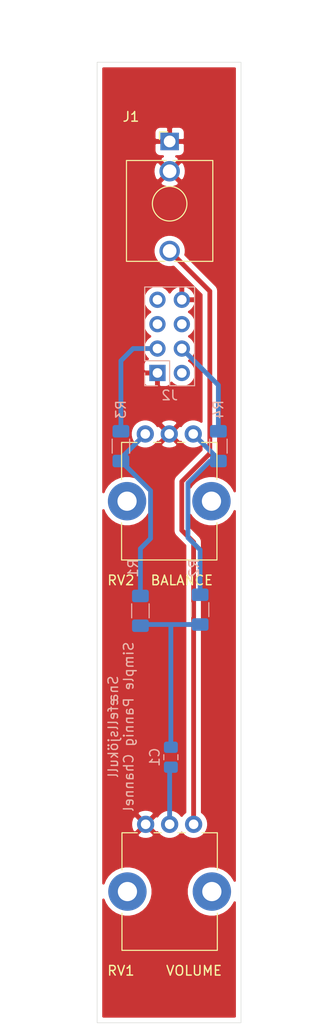
<source format=kicad_pcb>
(kicad_pcb (version 20171130) (host pcbnew "(5.1.4)-1")

  (general
    (thickness 1.6)
    (drawings 12)
    (tracks 29)
    (zones 0)
    (modules 9)
    (nets 13)
  )

  (page A4)
  (layers
    (0 F.Cu signal)
    (31 B.Cu signal)
    (32 B.Adhes user)
    (33 F.Adhes user)
    (34 B.Paste user)
    (35 F.Paste user)
    (36 B.SilkS user)
    (37 F.SilkS user)
    (38 B.Mask user)
    (39 F.Mask user)
    (40 Dwgs.User user)
    (41 Cmts.User user)
    (42 Eco1.User user)
    (43 Eco2.User user)
    (44 Edge.Cuts user)
    (45 Margin user)
    (46 B.CrtYd user)
    (47 F.CrtYd user)
    (48 B.Fab user)
    (49 F.Fab user)
  )

  (setup
    (last_trace_width 0.25)
    (user_trace_width 0.5)
    (trace_clearance 0.2)
    (zone_clearance 0.508)
    (zone_45_only no)
    (trace_min 0.2)
    (via_size 0.8)
    (via_drill 0.4)
    (via_min_size 0.4)
    (via_min_drill 0.3)
    (uvia_size 0.3)
    (uvia_drill 0.1)
    (uvias_allowed no)
    (uvia_min_size 0.2)
    (uvia_min_drill 0.1)
    (edge_width 0.05)
    (segment_width 0.2)
    (pcb_text_width 0.3)
    (pcb_text_size 1.5 1.5)
    (mod_edge_width 0.12)
    (mod_text_size 1 1)
    (mod_text_width 0.15)
    (pad_size 1.524 1.524)
    (pad_drill 0.762)
    (pad_to_mask_clearance 0)
    (aux_axis_origin 155 137.5)
    (grid_origin 155 137.5)
    (visible_elements 7FFFFFFF)
    (pcbplotparams
      (layerselection 0x010fc_ffffffff)
      (usegerberextensions false)
      (usegerberattributes true)
      (usegerberadvancedattributes true)
      (creategerberjobfile true)
      (excludeedgelayer true)
      (linewidth 0.100000)
      (plotframeref false)
      (viasonmask false)
      (mode 1)
      (useauxorigin false)
      (hpglpennumber 1)
      (hpglpenspeed 20)
      (hpglpendiameter 15.000000)
      (psnegative false)
      (psa4output false)
      (plotreference true)
      (plotvalue true)
      (plotinvisibletext false)
      (padsonsilk false)
      (subtractmaskfromsilk false)
      (outputformat 1)
      (mirror false)
      (drillshape 0)
      (scaleselection 1)
      (outputdirectory "Production/Gerber/"))
  )

  (net 0 "")
  (net 1 "Net-(C1-Pad2)")
  (net 2 "Net-(C1-Pad1)")
  (net 3 "Net-(J1-PadT)")
  (net 4 GND)
  (net 5 L_Send)
  (net 6 R_Send)
  (net 7 L_Bus)
  (net 8 R_Bus)
  (net 9 "Net-(R1-Pad1)")
  (net 10 "Net-(R2-Pad1)")
  (net 11 RES2)
  (net 12 RES1)

  (net_class Default "This is the default net class."
    (clearance 0.2)
    (trace_width 0.25)
    (via_dia 0.8)
    (via_drill 0.4)
    (uvia_dia 0.3)
    (uvia_drill 0.1)
    (add_net GND)
    (add_net L_Bus)
    (add_net L_Send)
    (add_net "Net-(C1-Pad1)")
    (add_net "Net-(C1-Pad2)")
    (add_net "Net-(J1-PadT)")
    (add_net "Net-(R1-Pad1)")
    (add_net "Net-(R2-Pad1)")
    (add_net RES1)
    (add_net RES2)
    (add_net R_Bus)
    (add_net R_Send)
  )

  (module Capacitor_SMD:C_0805_2012Metric_Pad1.18x1.45mm_HandSolder (layer B.Cu) (tedit 5F68FEEF) (tstamp 6021B633)
    (at 162.687 109.855 270)
    (descr "Capacitor SMD 0805 (2012 Metric), square (rectangular) end terminal, IPC_7351 nominal with elongated pad for handsoldering. (Body size source: IPC-SM-782 page 76, https://www.pcb-3d.com/wordpress/wp-content/uploads/ipc-sm-782a_amendment_1_and_2.pdf, https://docs.google.com/spreadsheets/d/1BsfQQcO9C6DZCsRaXUlFlo91Tg2WpOkGARC1WS5S8t0/edit?usp=sharing), generated with kicad-footprint-generator")
    (tags "capacitor handsolder")
    (path /6021BC72)
    (attr smd)
    (fp_text reference C1 (at 0 1.68 270) (layer B.SilkS)
      (effects (font (size 1 1) (thickness 0.15)) (justify mirror))
    )
    (fp_text value 1µ (at 0 -1.68 270) (layer B.Fab)
      (effects (font (size 1 1) (thickness 0.15)) (justify mirror))
    )
    (fp_line (start -1 -0.625) (end -1 0.625) (layer B.Fab) (width 0.1))
    (fp_line (start -1 0.625) (end 1 0.625) (layer B.Fab) (width 0.1))
    (fp_line (start 1 0.625) (end 1 -0.625) (layer B.Fab) (width 0.1))
    (fp_line (start 1 -0.625) (end -1 -0.625) (layer B.Fab) (width 0.1))
    (fp_line (start -0.261252 0.735) (end 0.261252 0.735) (layer B.SilkS) (width 0.12))
    (fp_line (start -0.261252 -0.735) (end 0.261252 -0.735) (layer B.SilkS) (width 0.12))
    (fp_line (start -1.88 -0.98) (end -1.88 0.98) (layer B.CrtYd) (width 0.05))
    (fp_line (start -1.88 0.98) (end 1.88 0.98) (layer B.CrtYd) (width 0.05))
    (fp_line (start 1.88 0.98) (end 1.88 -0.98) (layer B.CrtYd) (width 0.05))
    (fp_line (start 1.88 -0.98) (end -1.88 -0.98) (layer B.CrtYd) (width 0.05))
    (fp_text user %R (at 0 0 270) (layer B.Fab)
      (effects (font (size 0.5 0.5) (thickness 0.08)) (justify mirror))
    )
    (pad 2 smd roundrect (at 1.0375 0 270) (size 1.175 1.45) (layers B.Cu B.Paste B.Mask) (roundrect_rratio 0.2127659574468085)
      (net 1 "Net-(C1-Pad2)"))
    (pad 1 smd roundrect (at -1.0375 0 270) (size 1.175 1.45) (layers B.Cu B.Paste B.Mask) (roundrect_rratio 0.2127659574468085)
      (net 2 "Net-(C1-Pad1)"))
    (model ${KISYS3DMOD}/Capacitor_SMD.3dshapes/C_0805_2012Metric.wrl
      (at (xyz 0 0 0))
      (scale (xyz 1 1 1))
      (rotate (xyz 0 0 0))
    )
  )

  (module Potentiometer_THT:Potentiometer_Bourns_PTV09A-1_Single_Vertical (layer F.Cu) (tedit 5A3D4993) (tstamp 601E8F8B)
    (at 160.06 116.84 270)
    (descr "Potentiometer, vertical, Bourns PTV09A-1 Single, http://www.bourns.com/docs/Product-Datasheets/ptv09.pdf")
    (tags "Potentiometer vertical Bourns PTV09A-1 Single")
    (path /601E820E)
    (fp_text reference RV1 (at 15.24 2.58 180) (layer F.SilkS)
      (effects (font (size 1 1) (thickness 0.15)))
    )
    (fp_text value 10k_log (at 6.05 5.15 90) (layer F.Fab)
      (effects (font (size 1 1) (thickness 0.15)))
    )
    (fp_circle (center 7.5 -2.5) (end 10.5 -2.5) (layer F.Fab) (width 0.1))
    (fp_line (start 1 -7.35) (end 1 2.35) (layer F.Fab) (width 0.1))
    (fp_line (start 1 2.35) (end 13 2.35) (layer F.Fab) (width 0.1))
    (fp_line (start 13 2.35) (end 13 -7.35) (layer F.Fab) (width 0.1))
    (fp_line (start 13 -7.35) (end 1 -7.35) (layer F.Fab) (width 0.1))
    (fp_line (start 0.88 -7.47) (end 4.745 -7.47) (layer F.SilkS) (width 0.12))
    (fp_line (start 9.255 -7.47) (end 13.12 -7.47) (layer F.SilkS) (width 0.12))
    (fp_line (start 0.88 2.47) (end 4.745 2.47) (layer F.SilkS) (width 0.12))
    (fp_line (start 9.255 2.47) (end 13.12 2.47) (layer F.SilkS) (width 0.12))
    (fp_line (start 0.88 -7.47) (end 0.88 -5.871) (layer F.SilkS) (width 0.12))
    (fp_line (start 0.88 -4.129) (end 0.88 -3.37) (layer F.SilkS) (width 0.12))
    (fp_line (start 0.88 -1.629) (end 0.88 -0.87) (layer F.SilkS) (width 0.12))
    (fp_line (start 0.88 0.87) (end 0.88 2.47) (layer F.SilkS) (width 0.12))
    (fp_line (start 13.12 -7.47) (end 13.12 2.47) (layer F.SilkS) (width 0.12))
    (fp_line (start -1.15 -9.15) (end -1.15 4.15) (layer F.CrtYd) (width 0.05))
    (fp_line (start -1.15 4.15) (end 13.25 4.15) (layer F.CrtYd) (width 0.05))
    (fp_line (start 13.25 4.15) (end 13.25 -9.15) (layer F.CrtYd) (width 0.05))
    (fp_line (start 13.25 -9.15) (end -1.15 -9.15) (layer F.CrtYd) (width 0.05))
    (fp_text user %R (at 2 -2.5) (layer F.Fab)
      (effects (font (size 1 1) (thickness 0.15)))
    )
    (pad "" np_thru_hole circle (at 7 1.9 270) (size 4 4) (drill 2) (layers *.Cu *.Mask))
    (pad "" np_thru_hole circle (at 7 -6.9 270) (size 4 4) (drill 2) (layers *.Cu *.Mask))
    (pad 1 thru_hole circle (at 0 0 270) (size 1.8 1.8) (drill 1) (layers *.Cu *.Mask)
      (net 4 GND))
    (pad 2 thru_hole circle (at 0 -2.5 270) (size 1.8 1.8) (drill 1) (layers *.Cu *.Mask)
      (net 1 "Net-(C1-Pad2)"))
    (pad 3 thru_hole circle (at 0 -5 270) (size 1.8 1.8) (drill 1) (layers *.Cu *.Mask)
      (net 3 "Net-(J1-PadT)"))
    (model ${KISYS3DMOD}/Potentiometer_THT.3dshapes/Potentiometer_Bourns_PTV09A-1_Single_Vertical.wrl
      (at (xyz 0 0 0))
      (scale (xyz 1 1 1))
      (rotate (xyz 0 0 0))
    )
  )

  (module Potentiometer_THT:Potentiometer_Bourns_PTV09A-1_Single_Vertical (layer F.Cu) (tedit 5A3D4993) (tstamp 601E8FA7)
    (at 160.02 76.2 270)
    (descr "Potentiometer, vertical, Bourns PTV09A-1 Single, http://www.bourns.com/docs/Product-Datasheets/ptv09.pdf")
    (tags "Potentiometer vertical Bourns PTV09A-1 Single")
    (path /601E0F4E)
    (fp_text reference RV2 (at 15.24 2.54) (layer F.SilkS)
      (effects (font (size 1 1) (thickness 0.15)))
    )
    (fp_text value 50k (at 6.05 5.15 90) (layer F.Fab)
      (effects (font (size 1 1) (thickness 0.15)))
    )
    (fp_circle (center 7.5 -2.5) (end 10.5 -2.5) (layer F.Fab) (width 0.1))
    (fp_line (start 1 -7.35) (end 1 2.35) (layer F.Fab) (width 0.1))
    (fp_line (start 1 2.35) (end 13 2.35) (layer F.Fab) (width 0.1))
    (fp_line (start 13 2.35) (end 13 -7.35) (layer F.Fab) (width 0.1))
    (fp_line (start 13 -7.35) (end 1 -7.35) (layer F.Fab) (width 0.1))
    (fp_line (start 0.88 -7.47) (end 4.745 -7.47) (layer F.SilkS) (width 0.12))
    (fp_line (start 9.255 -7.47) (end 13.12 -7.47) (layer F.SilkS) (width 0.12))
    (fp_line (start 0.88 2.47) (end 4.745 2.47) (layer F.SilkS) (width 0.12))
    (fp_line (start 9.255 2.47) (end 13.12 2.47) (layer F.SilkS) (width 0.12))
    (fp_line (start 0.88 -7.47) (end 0.88 -5.871) (layer F.SilkS) (width 0.12))
    (fp_line (start 0.88 -4.129) (end 0.88 -3.37) (layer F.SilkS) (width 0.12))
    (fp_line (start 0.88 -1.629) (end 0.88 -0.87) (layer F.SilkS) (width 0.12))
    (fp_line (start 0.88 0.87) (end 0.88 2.47) (layer F.SilkS) (width 0.12))
    (fp_line (start 13.12 -7.47) (end 13.12 2.47) (layer F.SilkS) (width 0.12))
    (fp_line (start -1.15 -9.15) (end -1.15 4.15) (layer F.CrtYd) (width 0.05))
    (fp_line (start -1.15 4.15) (end 13.25 4.15) (layer F.CrtYd) (width 0.05))
    (fp_line (start 13.25 4.15) (end 13.25 -9.15) (layer F.CrtYd) (width 0.05))
    (fp_line (start 13.25 -9.15) (end -1.15 -9.15) (layer F.CrtYd) (width 0.05))
    (fp_text user %R (at 2 -2.5) (layer F.Fab)
      (effects (font (size 1 1) (thickness 0.15)))
    )
    (pad "" np_thru_hole circle (at 7 1.9 270) (size 4 4) (drill 2) (layers *.Cu *.Mask))
    (pad "" np_thru_hole circle (at 7 -6.9 270) (size 4 4) (drill 2) (layers *.Cu *.Mask))
    (pad 1 thru_hole circle (at 0 0 270) (size 1.8 1.8) (drill 1) (layers *.Cu *.Mask)
      (net 9 "Net-(R1-Pad1)"))
    (pad 2 thru_hole circle (at 0 -2.5 270) (size 1.8 1.8) (drill 1) (layers *.Cu *.Mask)
      (net 4 GND))
    (pad 3 thru_hole circle (at 0 -5 270) (size 1.8 1.8) (drill 1) (layers *.Cu *.Mask)
      (net 10 "Net-(R2-Pad1)"))
    (model ${KISYS3DMOD}/Potentiometer_THT.3dshapes/Potentiometer_Bourns_PTV09A-1_Single_Vertical.wrl
      (at (xyz 0 0 0))
      (scale (xyz 1 1 1))
      (rotate (xyz 0 0 0))
    )
  )

  (module Resistor_SMD:R_1206_3216Metric_Pad1.30x1.75mm_HandSolder (layer B.Cu) (tedit 5F68FEEE) (tstamp 601E8F6F)
    (at 167.64 77.47 270)
    (descr "Resistor SMD 1206 (3216 Metric), square (rectangular) end terminal, IPC_7351 nominal with elongated pad for handsoldering. (Body size source: IPC-SM-782 page 72, https://www.pcb-3d.com/wordpress/wp-content/uploads/ipc-sm-782a_amendment_1_and_2.pdf), generated with kicad-footprint-generator")
    (tags "resistor handsolder")
    (path /601F60B2)
    (attr smd)
    (fp_text reference R4 (at -3.81 0 270) (layer B.SilkS)
      (effects (font (size 1 1) (thickness 0.15)) (justify mirror))
    )
    (fp_text value 10k (at 1.7145 1.8415 270) (layer B.Fab)
      (effects (font (size 1 1) (thickness 0.15)) (justify mirror))
    )
    (fp_line (start -1.6 -0.8) (end -1.6 0.8) (layer B.Fab) (width 0.1))
    (fp_line (start -1.6 0.8) (end 1.6 0.8) (layer B.Fab) (width 0.1))
    (fp_line (start 1.6 0.8) (end 1.6 -0.8) (layer B.Fab) (width 0.1))
    (fp_line (start 1.6 -0.8) (end -1.6 -0.8) (layer B.Fab) (width 0.1))
    (fp_line (start -0.727064 0.91) (end 0.727064 0.91) (layer B.SilkS) (width 0.12))
    (fp_line (start -0.727064 -0.91) (end 0.727064 -0.91) (layer B.SilkS) (width 0.12))
    (fp_line (start -2.45 -1.12) (end -2.45 1.12) (layer B.CrtYd) (width 0.05))
    (fp_line (start -2.45 1.12) (end 2.45 1.12) (layer B.CrtYd) (width 0.05))
    (fp_line (start 2.45 1.12) (end 2.45 -1.12) (layer B.CrtYd) (width 0.05))
    (fp_line (start 2.45 -1.12) (end -2.45 -1.12) (layer B.CrtYd) (width 0.05))
    (fp_text user %R (at 0 0 270) (layer F.Fab)
      (effects (font (size 0.8 0.8) (thickness 0.12)))
    )
    (pad 2 smd roundrect (at 1.55 0 270) (size 1.3 1.75) (layers B.Cu B.Paste B.Mask) (roundrect_rratio 0.1923069230769231)
      (net 10 "Net-(R2-Pad1)"))
    (pad 1 smd roundrect (at -1.55 0 270) (size 1.3 1.75) (layers B.Cu B.Paste B.Mask) (roundrect_rratio 0.1923069230769231)
      (net 7 L_Bus))
    (model ${KISYS3DMOD}/Resistor_SMD.3dshapes/R_1206_3216Metric.wrl
      (at (xyz 0 0 0))
      (scale (xyz 1 1 1))
      (rotate (xyz 0 0 0))
    )
  )

  (module Resistor_SMD:R_1206_3216Metric_Pad1.30x1.75mm_HandSolder (layer B.Cu) (tedit 5F68FEEE) (tstamp 601E8F5E)
    (at 157.48 77.47 270)
    (descr "Resistor SMD 1206 (3216 Metric), square (rectangular) end terminal, IPC_7351 nominal with elongated pad for handsoldering. (Body size source: IPC-SM-782 page 72, https://www.pcb-3d.com/wordpress/wp-content/uploads/ipc-sm-782a_amendment_1_and_2.pdf), generated with kicad-footprint-generator")
    (tags "resistor handsolder")
    (path /601F60AC)
    (attr smd)
    (fp_text reference R3 (at -3.81 0 270) (layer B.SilkS)
      (effects (font (size 1 1) (thickness 0.15)) (justify mirror))
    )
    (fp_text value 10k (at 1.651 -1.905 270) (layer B.Fab)
      (effects (font (size 1 1) (thickness 0.15)) (justify mirror))
    )
    (fp_line (start -1.6 -0.8) (end -1.6 0.8) (layer B.Fab) (width 0.1))
    (fp_line (start -1.6 0.8) (end 1.6 0.8) (layer B.Fab) (width 0.1))
    (fp_line (start 1.6 0.8) (end 1.6 -0.8) (layer B.Fab) (width 0.1))
    (fp_line (start 1.6 -0.8) (end -1.6 -0.8) (layer B.Fab) (width 0.1))
    (fp_line (start -0.727064 0.91) (end 0.727064 0.91) (layer B.SilkS) (width 0.12))
    (fp_line (start -0.727064 -0.91) (end 0.727064 -0.91) (layer B.SilkS) (width 0.12))
    (fp_line (start -2.45 -1.12) (end -2.45 1.12) (layer B.CrtYd) (width 0.05))
    (fp_line (start -2.45 1.12) (end 2.45 1.12) (layer B.CrtYd) (width 0.05))
    (fp_line (start 2.45 1.12) (end 2.45 -1.12) (layer B.CrtYd) (width 0.05))
    (fp_line (start 2.45 -1.12) (end -2.45 -1.12) (layer B.CrtYd) (width 0.05))
    (fp_text user %R (at 0 0 270) (layer B.Fab)
      (effects (font (size 0.8 0.8) (thickness 0.12)) (justify mirror))
    )
    (pad 2 smd roundrect (at 1.55 0 270) (size 1.3 1.75) (layers B.Cu B.Paste B.Mask) (roundrect_rratio 0.1923069230769231)
      (net 9 "Net-(R1-Pad1)"))
    (pad 1 smd roundrect (at -1.55 0 270) (size 1.3 1.75) (layers B.Cu B.Paste B.Mask) (roundrect_rratio 0.1923069230769231)
      (net 8 R_Bus))
    (model ${KISYS3DMOD}/Resistor_SMD.3dshapes/R_1206_3216Metric.wrl
      (at (xyz 0 0 0))
      (scale (xyz 1 1 1))
      (rotate (xyz 0 0 0))
    )
  )

  (module Resistor_SMD:R_1206_3216Metric_Pad1.30x1.75mm_HandSolder (layer B.Cu) (tedit 5F68FEEE) (tstamp 601EAD7E)
    (at 165.735 94.488 270)
    (descr "Resistor SMD 1206 (3216 Metric), square (rectangular) end terminal, IPC_7351 nominal with elongated pad for handsoldering. (Body size source: IPC-SM-782 page 72, https://www.pcb-3d.com/wordpress/wp-content/uploads/ipc-sm-782a_amendment_1_and_2.pdf), generated with kicad-footprint-generator")
    (tags "resistor handsolder")
    (path /601F2150)
    (attr smd)
    (fp_text reference R2 (at -4.318 0.635 270) (layer B.SilkS)
      (effects (font (size 1 1) (thickness 0.15)) (justify mirror))
    )
    (fp_text value 10k (at 0 -1.82 270) (layer B.Fab)
      (effects (font (size 1 1) (thickness 0.15)) (justify mirror))
    )
    (fp_line (start -1.6 -0.8) (end -1.6 0.8) (layer B.Fab) (width 0.1))
    (fp_line (start -1.6 0.8) (end 1.6 0.8) (layer B.Fab) (width 0.1))
    (fp_line (start 1.6 0.8) (end 1.6 -0.8) (layer B.Fab) (width 0.1))
    (fp_line (start 1.6 -0.8) (end -1.6 -0.8) (layer B.Fab) (width 0.1))
    (fp_line (start -0.727064 0.91) (end 0.727064 0.91) (layer B.SilkS) (width 0.12))
    (fp_line (start -0.727064 -0.91) (end 0.727064 -0.91) (layer B.SilkS) (width 0.12))
    (fp_line (start -2.45 -1.12) (end -2.45 1.12) (layer B.CrtYd) (width 0.05))
    (fp_line (start -2.45 1.12) (end 2.45 1.12) (layer B.CrtYd) (width 0.05))
    (fp_line (start 2.45 1.12) (end 2.45 -1.12) (layer B.CrtYd) (width 0.05))
    (fp_line (start 2.45 -1.12) (end -2.45 -1.12) (layer B.CrtYd) (width 0.05))
    (fp_text user %R (at 3.25 0 270) (layer F.Fab)
      (effects (font (size 0.8 0.8) (thickness 0.12)))
    )
    (pad 2 smd roundrect (at 1.55 0 270) (size 1.3 1.75) (layers B.Cu B.Paste B.Mask) (roundrect_rratio 0.1923069230769231)
      (net 2 "Net-(C1-Pad1)"))
    (pad 1 smd roundrect (at -1.55 0 270) (size 1.3 1.75) (layers B.Cu B.Paste B.Mask) (roundrect_rratio 0.1923069230769231)
      (net 10 "Net-(R2-Pad1)"))
    (model ${KISYS3DMOD}/Resistor_SMD.3dshapes/R_1206_3216Metric.wrl
      (at (xyz 0 0 0))
      (scale (xyz 1 1 1))
      (rotate (xyz 0 0 0))
    )
  )

  (module Resistor_SMD:R_1206_3216Metric_Pad1.30x1.75mm_HandSolder (layer B.Cu) (tedit 5F68FEEE) (tstamp 601E8F3C)
    (at 159.512 94.615 270)
    (descr "Resistor SMD 1206 (3216 Metric), square (rectangular) end terminal, IPC_7351 nominal with elongated pad for handsoldering. (Body size source: IPC-SM-782 page 72, https://www.pcb-3d.com/wordpress/wp-content/uploads/ipc-sm-782a_amendment_1_and_2.pdf), generated with kicad-footprint-generator")
    (tags "resistor handsolder")
    (path /601F0DC7)
    (attr smd)
    (fp_text reference R1 (at -4.445 0.762 270) (layer B.SilkS)
      (effects (font (size 1 1) (thickness 0.15)) (justify mirror))
    )
    (fp_text value 10k (at 0 -1.82 270) (layer B.Fab)
      (effects (font (size 1 1) (thickness 0.15)) (justify mirror))
    )
    (fp_line (start -1.6 -0.8) (end -1.6 0.8) (layer B.Fab) (width 0.1))
    (fp_line (start -1.6 0.8) (end 1.6 0.8) (layer B.Fab) (width 0.1))
    (fp_line (start 1.6 0.8) (end 1.6 -0.8) (layer B.Fab) (width 0.1))
    (fp_line (start 1.6 -0.8) (end -1.6 -0.8) (layer B.Fab) (width 0.1))
    (fp_line (start -0.727064 0.91) (end 0.727064 0.91) (layer B.SilkS) (width 0.12))
    (fp_line (start -0.727064 -0.91) (end 0.727064 -0.91) (layer B.SilkS) (width 0.12))
    (fp_line (start -2.45 -1.12) (end -2.45 1.12) (layer B.CrtYd) (width 0.05))
    (fp_line (start -2.45 1.12) (end 2.45 1.12) (layer B.CrtYd) (width 0.05))
    (fp_line (start 2.45 1.12) (end 2.45 -1.12) (layer B.CrtYd) (width 0.05))
    (fp_line (start 2.45 -1.12) (end -2.45 -1.12) (layer B.CrtYd) (width 0.05))
    (fp_text user %R (at 0 0 270) (layer B.Fab)
      (effects (font (size 0.8 0.8) (thickness 0.12)) (justify mirror))
    )
    (pad 2 smd roundrect (at 1.55 0 270) (size 1.3 1.75) (layers B.Cu B.Paste B.Mask) (roundrect_rratio 0.1923069230769231)
      (net 2 "Net-(C1-Pad1)"))
    (pad 1 smd roundrect (at -1.55 0 270) (size 1.3 1.75) (layers B.Cu B.Paste B.Mask) (roundrect_rratio 0.1923069230769231)
      (net 9 "Net-(R1-Pad1)"))
    (model ${KISYS3DMOD}/Resistor_SMD.3dshapes/R_1206_3216Metric.wrl
      (at (xyz 0 0 0))
      (scale (xyz 1 1 1))
      (rotate (xyz 0 0 0))
    )
  )

  (module Connector_PinHeader_2.54mm:PinHeader_2x04_P2.54mm_Vertical (layer B.Cu) (tedit 59FED5CC) (tstamp 601EAB7A)
    (at 161.29 69.85)
    (descr "Through hole straight pin header, 2x04, 2.54mm pitch, double rows")
    (tags "Through hole pin header THT 2x04 2.54mm double row")
    (path /602043BD)
    (fp_text reference J2 (at 1.27 2.33) (layer B.SilkS)
      (effects (font (size 1 1) (thickness 0.15)) (justify mirror))
    )
    (fp_text value "Bus Connector" (at 1.27 -9.95) (layer B.Fab)
      (effects (font (size 1 1) (thickness 0.15)) (justify mirror))
    )
    (fp_line (start 0 1.27) (end 3.81 1.27) (layer B.Fab) (width 0.1))
    (fp_line (start 3.81 1.27) (end 3.81 -8.89) (layer B.Fab) (width 0.1))
    (fp_line (start 3.81 -8.89) (end -1.27 -8.89) (layer B.Fab) (width 0.1))
    (fp_line (start -1.27 -8.89) (end -1.27 0) (layer B.Fab) (width 0.1))
    (fp_line (start -1.27 0) (end 0 1.27) (layer B.Fab) (width 0.1))
    (fp_line (start -1.33 -8.95) (end 3.87 -8.95) (layer B.SilkS) (width 0.12))
    (fp_line (start -1.33 -1.27) (end -1.33 -8.95) (layer B.SilkS) (width 0.12))
    (fp_line (start 3.87 1.33) (end 3.87 -8.95) (layer B.SilkS) (width 0.12))
    (fp_line (start -1.33 -1.27) (end 1.27 -1.27) (layer B.SilkS) (width 0.12))
    (fp_line (start 1.27 -1.27) (end 1.27 1.33) (layer B.SilkS) (width 0.12))
    (fp_line (start 1.27 1.33) (end 3.87 1.33) (layer B.SilkS) (width 0.12))
    (fp_line (start -1.33 0) (end -1.33 1.33) (layer B.SilkS) (width 0.12))
    (fp_line (start -1.33 1.33) (end 0 1.33) (layer B.SilkS) (width 0.12))
    (fp_line (start -1.8 1.8) (end -1.8 -9.4) (layer B.CrtYd) (width 0.05))
    (fp_line (start -1.8 -9.4) (end 4.35 -9.4) (layer B.CrtYd) (width 0.05))
    (fp_line (start 4.35 -9.4) (end 4.35 1.8) (layer B.CrtYd) (width 0.05))
    (fp_line (start 4.35 1.8) (end -1.8 1.8) (layer B.CrtYd) (width 0.05))
    (fp_text user %R (at 1.27 -3.81 270) (layer B.Fab)
      (effects (font (size 1 1) (thickness 0.15)) (justify mirror))
    )
    (pad 8 thru_hole oval (at 2.54 -7.62) (size 1.7 1.7) (drill 1) (layers *.Cu *.Mask)
      (net 4 GND))
    (pad 7 thru_hole oval (at 0 -7.62) (size 1.7 1.7) (drill 1) (layers *.Cu *.Mask)
      (net 12 RES1))
    (pad 6 thru_hole oval (at 2.54 -5.08) (size 1.7 1.7) (drill 1) (layers *.Cu *.Mask)
      (net 5 L_Send))
    (pad 5 thru_hole oval (at 0 -5.08) (size 1.7 1.7) (drill 1) (layers *.Cu *.Mask)
      (net 6 R_Send))
    (pad 4 thru_hole oval (at 2.54 -2.54) (size 1.7 1.7) (drill 1) (layers *.Cu *.Mask)
      (net 7 L_Bus))
    (pad 3 thru_hole oval (at 0 -2.54) (size 1.7 1.7) (drill 1) (layers *.Cu *.Mask)
      (net 8 R_Bus))
    (pad 2 thru_hole oval (at 2.54 0) (size 1.7 1.7) (drill 1) (layers *.Cu *.Mask)
      (net 11 RES2))
    (pad 1 thru_hole rect (at 0 0) (size 1.7 1.7) (drill 1) (layers *.Cu *.Mask)
      (net 4 GND))
    (model ${KISYS3DMOD}/Connector_PinHeader_2.54mm.3dshapes/PinHeader_2x04_P2.54mm_Vertical.wrl
      (at (xyz 0 0 0))
      (scale (xyz 1 1 1))
      (rotate (xyz 0 0 0))
    )
  )

  (module Connector_Audio:Jack_3.5mm_QingPu_WQP-PJ398SM_Vertical_CircularHoles (layer F.Cu) (tedit 5C2B6BB2) (tstamp 601EAAA9)
    (at 162.56 45.75)
    (descr "TRS 3.5mm, vertical, Thonkiconn, PCB mount, (http://www.qingpu-electronics.com/en/products/WQP-PJ398SM-362.html)")
    (tags "WQP-PJ398SM WQP-PJ301M-12 TRS 3.5mm mono vertical jack thonkiconn qingpu")
    (path /601DE829)
    (fp_text reference J1 (at -4.03 -2.57 180) (layer F.SilkS)
      (effects (font (size 1 1) (thickness 0.15)))
    )
    (fp_text value AudioJack2_SwitchT (at 0 5 180) (layer F.Fab)
      (effects (font (size 1 1) (thickness 0.15)))
    )
    (fp_line (start -5 12.98) (end -5 -1.42) (layer F.CrtYd) (width 0.05))
    (fp_line (start -4.5 12.48) (end -4.5 2.08) (layer F.Fab) (width 0.1))
    (fp_line (start -4.5 1.98) (end -4.5 12.48) (layer F.SilkS) (width 0.12))
    (fp_line (start 4.5 1.98) (end 4.5 12.48) (layer F.SilkS) (width 0.12))
    (fp_circle (center 0 6.48) (end 1.5 6.48) (layer Dwgs.User) (width 0.12))
    (fp_line (start 0.09 7.96) (end 1.48 6.57) (layer Dwgs.User) (width 0.12))
    (fp_line (start -0.58 7.83) (end 1.36 5.89) (layer Dwgs.User) (width 0.12))
    (fp_line (start -1.07 7.49) (end 1.01 5.41) (layer Dwgs.User) (width 0.12))
    (fp_line (start -1.42 6.875) (end 0.4 5.06) (layer Dwgs.User) (width 0.12))
    (fp_line (start -1.41 6.02) (end -0.46 5.07) (layer Dwgs.User) (width 0.12))
    (fp_line (start 4.5 12.48) (end 0.5 12.48) (layer F.SilkS) (width 0.12))
    (fp_line (start -0.5 12.48) (end -4.5 12.48) (layer F.SilkS) (width 0.12))
    (fp_line (start 4.5 1.98) (end 0.35 1.98) (layer F.SilkS) (width 0.12))
    (fp_line (start -0.35 1.98) (end -4.5 1.98) (layer F.SilkS) (width 0.12))
    (fp_circle (center 0 6.48) (end 1.8 6.48) (layer F.SilkS) (width 0.12))
    (fp_line (start -1.06 -1) (end -1.06 -0.2) (layer F.SilkS) (width 0.12))
    (fp_line (start -1.06 -1) (end -0.2 -1) (layer F.SilkS) (width 0.12))
    (fp_line (start 4.5 12.48) (end 4.5 2.08) (layer F.Fab) (width 0.1))
    (fp_line (start 4.5 12.48) (end -4.5 12.48) (layer F.Fab) (width 0.1))
    (fp_line (start 5 12.98) (end 5 -1.42) (layer F.CrtYd) (width 0.05))
    (fp_line (start 5 12.98) (end -5 12.98) (layer F.CrtYd) (width 0.05))
    (fp_line (start 5 -1.42) (end -5 -1.42) (layer F.CrtYd) (width 0.05))
    (fp_line (start 4.5 2.03) (end -4.5 2.03) (layer F.Fab) (width 0.1))
    (fp_circle (center 0 6.48) (end 1.8 6.48) (layer F.Fab) (width 0.1))
    (fp_line (start 0 0) (end 0 2.03) (layer F.Fab) (width 0.1))
    (fp_text user %R (at 0 8 180) (layer F.Fab)
      (effects (font (size 1 1) (thickness 0.15)))
    )
    (fp_text user KEEPOUT (at 0 6.48) (layer Cmts.User)
      (effects (font (size 0.4 0.4) (thickness 0.051)))
    )
    (pad T thru_hole circle (at 0 11.4 180) (size 2.13 2.13) (drill 1.43) (layers *.Cu *.Mask)
      (net 3 "Net-(J1-PadT)"))
    (pad S thru_hole rect (at 0 0 180) (size 1.93 1.83) (drill 1.22) (layers *.Cu *.Mask)
      (net 4 GND))
    (pad TN thru_hole circle (at 0 3.1 180) (size 2.13 2.13) (drill 1.42) (layers *.Cu *.Mask)
      (net 4 GND))
    (model ${KISYS3DMOD}/Connector_Audio.3dshapes/Jack_3.5mm_QingPu_WQP-PJ398SM_Vertical.wrl
      (at (xyz 0 0 0))
      (scale (xyz 1 1 1))
      (rotate (xyz 0 0 0))
    )
  )

  (dimension 13.160137 (width 0.15) (layer Dwgs.User)
    (gr_text "13.160 mm" (at 148.62502 130.98367 270.2612251) (layer Dwgs.User)
      (effects (font (size 1 1) (thickness 0.15)))
    )
    (feature1 (pts (xy 162.62 137.5) (xy 149.368591 137.560417)))
    (feature2 (pts (xy 162.56 124.34) (xy 149.308591 124.400417)))
    (crossbar (pts (xy 149.895006 124.397743) (xy 149.955006 137.557743)))
    (arrow1a (pts (xy 149.955006 137.557743) (xy 149.363455 136.433925)))
    (arrow1b (pts (xy 149.955006 137.557743) (xy 150.536285 136.428577)))
    (arrow2a (pts (xy 149.895006 124.397743) (xy 149.313727 125.526909)))
    (arrow2b (pts (xy 149.895006 124.397743) (xy 150.486557 125.521561)))
  )
  (dimension 100 (width 0.15) (layer Dwgs.User)
    (gr_text "100.000 mm" (at 176.56 87.5 270) (layer Dwgs.User)
      (effects (font (size 1 1) (thickness 0.15)))
    )
    (feature1 (pts (xy 170 137.5) (xy 175.846421 137.5)))
    (feature2 (pts (xy 170 37.5) (xy 175.846421 37.5)))
    (crossbar (pts (xy 175.26 37.5) (xy 175.26 137.5)))
    (arrow1a (pts (xy 175.26 137.5) (xy 174.673579 136.373496)))
    (arrow1b (pts (xy 175.26 137.5) (xy 175.846421 136.373496)))
    (arrow2a (pts (xy 175.26 37.5) (xy 174.673579 38.626504)))
    (arrow2b (pts (xy 175.26 37.5) (xy 175.846421 38.626504)))
  )
  (dimension 15 (width 0.15) (layer Dwgs.User)
    (gr_text "15.000 mm" (at 162.5 31.72) (layer Dwgs.User)
      (effects (font (size 1 1) (thickness 0.15)))
    )
    (feature1 (pts (xy 170 37.5) (xy 170 32.433579)))
    (feature2 (pts (xy 155 37.5) (xy 155 32.433579)))
    (crossbar (pts (xy 155 33.02) (xy 170 33.02)))
    (arrow1a (pts (xy 170 33.02) (xy 168.873496 33.606421)))
    (arrow1b (pts (xy 170 33.02) (xy 168.873496 32.433579)))
    (arrow2a (pts (xy 155 33.02) (xy 156.126504 33.606421)))
    (arrow2b (pts (xy 155 33.02) (xy 156.126504 32.433579)))
  )
  (dimension 31.470025 (width 0.15) (layer Dwgs.User)
    (gr_text "31.470 mm" (at 148.541183 67.947207 89.9) (layer Dwgs.User)
      (effects (font (size 1 1) (thickness 0.15)))
    )
    (feature1 (pts (xy 162.56 52.23) (xy 149.274762 52.213114)))
    (feature2 (pts (xy 162.52 83.7) (xy 149.234762 83.683114)))
    (crossbar (pts (xy 149.821182 83.683859) (xy 149.861182 52.213859)))
    (arrow1a (pts (xy 149.861182 52.213859) (xy 150.44617 53.341107)))
    (arrow1b (pts (xy 149.861182 52.213859) (xy 149.27333 53.339616)))
    (arrow2a (pts (xy 149.821182 83.683859) (xy 150.409034 82.558102)))
    (arrow2b (pts (xy 149.821182 83.683859) (xy 149.236194 82.556611)))
  )
  (dimension 40.64002 (width 0.15) (layer Dwgs.User)
    (gr_text "40.640 mm" (at 148.541146 104.033779 270.1) (layer Dwgs.User)
      (effects (font (size 1 1) (thickness 0.15)))
    )
    (feature1 (pts (xy 162.56 124.34) (xy 149.274725 124.353076)))
    (feature2 (pts (xy 162.52 83.7) (xy 149.234725 83.713076)))
    (crossbar (pts (xy 149.821145 83.712499) (xy 149.861145 124.352499)))
    (arrow1a (pts (xy 149.861145 124.352499) (xy 149.273616 123.226573)))
    (arrow1b (pts (xy 149.861145 124.352499) (xy 150.446457 123.225419)))
    (arrow2a (pts (xy 149.821145 83.712499) (xy 149.235833 84.839579)))
    (arrow2b (pts (xy 149.821145 83.712499) (xy 150.408674 84.838425)))
  )
  (gr_text "Snæfellsjökull\nSimple Pannig Channel" (at 157.48 106.68 90) (layer B.SilkS)
    (effects (font (size 1 1) (thickness 0.15)) (justify mirror))
  )
  (gr_text VOLUME (at 165.1 132.08) (layer F.SilkS) (tstamp 601EB9C3)
    (effects (font (size 1 1) (thickness 0.15)))
  )
  (gr_text BALANCE (at 163.83 91.44) (layer F.SilkS)
    (effects (font (size 1 1) (thickness 0.15)))
  )
  (gr_line (start 170 137.5) (end 170 37.5) (layer Edge.Cuts) (width 0.05) (tstamp 601EB1C1))
  (gr_line (start 155 137.5) (end 170 137.5) (layer Edge.Cuts) (width 0.05))
  (gr_line (start 155 37.5) (end 155 137.5) (layer Edge.Cuts) (width 0.05))
  (gr_line (start 170 37.5) (end 155 37.5) (layer Edge.Cuts) (width 0.05))

  (segment (start 162.56 116.84) (end 162.56 110.998) (width 0.5) (layer B.Cu) (net 1))
  (segment (start 159.639 96.038) (end 159.512 96.165) (width 0.5) (layer B.Cu) (net 2))
  (segment (start 163.042 96.038) (end 159.639 96.038) (width 0.5) (layer B.Cu) (net 2))
  (segment (start 165.735 96.038) (end 163.042 96.038) (width 0.5) (layer B.Cu) (net 2))
  (segment (start 162.687 108.69) (end 162.687 96.139) (width 0.5) (layer B.Cu) (net 2))
  (segment (start 166.751 78.232) (end 166.751 61.341) (width 0.5) (layer F.Cu) (net 3))
  (segment (start 163.83 81.153) (end 166.751 78.232) (width 0.5) (layer F.Cu) (net 3))
  (segment (start 163.83 86.233) (end 163.83 81.153) (width 0.5) (layer F.Cu) (net 3))
  (segment (start 166.751 61.341) (end 162.56 57.15) (width 0.5) (layer F.Cu) (net 3))
  (segment (start 165.06 87.463) (end 163.83 86.233) (width 0.5) (layer F.Cu) (net 3))
  (segment (start 165.06 116.84) (end 165.06 87.463) (width 0.5) (layer F.Cu) (net 3))
  (segment (start 167.64 71.12) (end 163.83 67.31) (width 0.5) (layer B.Cu) (net 7))
  (segment (start 167.64 75.92) (end 167.64 71.12) (width 0.5) (layer B.Cu) (net 7))
  (segment (start 157.48 75.92) (end 157.48 68.58) (width 0.5) (layer B.Cu) (net 8))
  (segment (start 158.75 67.31) (end 161.29 67.31) (width 0.5) (layer B.Cu) (net 8))
  (segment (start 157.48 68.58) (end 158.75 67.31) (width 0.5) (layer B.Cu) (net 8))
  (segment (start 157.48 78.74) (end 160.02 76.2) (width 0.5) (layer B.Cu) (net 9))
  (segment (start 157.48 79.02) (end 157.48 78.74) (width 0.5) (layer B.Cu) (net 9))
  (segment (start 159.512 93.065) (end 159.512 88.138) (width 0.5) (layer B.Cu) (net 9))
  (segment (start 160.570001 82.110001) (end 157.48 79.02) (width 0.5) (layer B.Cu) (net 9))
  (segment (start 160.570001 87.079999) (end 160.570001 82.110001) (width 0.5) (layer B.Cu) (net 9))
  (segment (start 159.512 88.138) (end 160.570001 87.079999) (width 0.5) (layer B.Cu) (net 9))
  (segment (start 167.64 78.82) (end 165.02 76.2) (width 0.5) (layer B.Cu) (net 10))
  (segment (start 167.64 79.02) (end 167.64 78.82) (width 0.5) (layer B.Cu) (net 10))
  (segment (start 164.469999 81.315001) (end 164.469999 86.999999) (width 0.5) (layer B.Cu) (net 10))
  (segment (start 166.765 79.02) (end 164.469999 81.315001) (width 0.5) (layer B.Cu) (net 10))
  (segment (start 167.64 79.02) (end 166.765 79.02) (width 0.5) (layer B.Cu) (net 10))
  (segment (start 165.735 88.265) (end 165.735 92.938) (width 0.5) (layer B.Cu) (net 10))
  (segment (start 164.469999 86.999999) (end 165.735 88.265) (width 0.5) (layer B.Cu) (net 10))

  (zone (net 4) (net_name GND) (layer F.Cu) (tstamp 6021BC09) (hatch edge 0.508)
    (connect_pads (clearance 0.508))
    (min_thickness 0.254)
    (fill yes (arc_segments 32) (thermal_gap 0.508) (thermal_bridge_width 0.508))
    (polygon
      (pts
        (xy 170 137.5) (xy 155 137.5) (xy 155 37.5) (xy 170 37.5)
      )
    )
    (filled_polygon
      (pts
        (xy 169.340001 82.15681) (xy 169.255107 81.951859) (xy 168.966738 81.520285) (xy 168.599715 81.153262) (xy 168.168141 80.864893)
        (xy 167.688601 80.666261) (xy 167.179525 80.565) (xy 166.660475 80.565) (xy 166.151399 80.666261) (xy 165.671859 80.864893)
        (xy 165.240285 81.153262) (xy 164.873262 81.520285) (xy 164.715 81.75714) (xy 164.715 81.519578) (xy 167.34605 78.888529)
        (xy 167.379817 78.860817) (xy 167.490411 78.726059) (xy 167.572589 78.572313) (xy 167.623195 78.40549) (xy 167.636 78.275477)
        (xy 167.636 78.275469) (xy 167.640281 78.232) (xy 167.636 78.188531) (xy 167.636 61.384466) (xy 167.640281 61.340999)
        (xy 167.636 61.297533) (xy 167.636 61.297523) (xy 167.623195 61.16751) (xy 167.572589 61.000687) (xy 167.490411 60.846941)
        (xy 167.379817 60.712183) (xy 167.346049 60.68447) (xy 164.213381 57.551803) (xy 164.26 57.317435) (xy 164.26 56.982565)
        (xy 164.19467 56.654128) (xy 164.066521 56.344748) (xy 163.880477 56.066313) (xy 163.643687 55.829523) (xy 163.365252 55.643479)
        (xy 163.055872 55.51533) (xy 162.727435 55.45) (xy 162.392565 55.45) (xy 162.064128 55.51533) (xy 161.754748 55.643479)
        (xy 161.476313 55.829523) (xy 161.239523 56.066313) (xy 161.053479 56.344748) (xy 160.92533 56.654128) (xy 160.86 56.982565)
        (xy 160.86 57.317435) (xy 160.92533 57.645872) (xy 161.053479 57.955252) (xy 161.239523 58.233687) (xy 161.476313 58.470477)
        (xy 161.754748 58.656521) (xy 162.064128 58.78467) (xy 162.392565 58.85) (xy 162.727435 58.85) (xy 162.961803 58.803381)
        (xy 165.866001 61.70758) (xy 165.866 74.919151) (xy 165.747095 74.839701) (xy 165.467743 74.723989) (xy 165.171184 74.665)
        (xy 164.868816 74.665) (xy 164.572257 74.723989) (xy 164.292905 74.839701) (xy 164.041495 75.007688) (xy 163.827688 75.221495)
        (xy 163.732262 75.36431) (xy 163.58408 75.315525) (xy 162.699605 76.2) (xy 163.58408 77.084475) (xy 163.732262 77.03569)
        (xy 163.827688 77.178505) (xy 164.041495 77.392312) (xy 164.292905 77.560299) (xy 164.572257 77.676011) (xy 164.868816 77.735)
        (xy 165.171184 77.735) (xy 165.467743 77.676011) (xy 165.747095 77.560299) (xy 165.866 77.480849) (xy 165.866 77.865421)
        (xy 163.234951 80.496471) (xy 163.201184 80.524183) (xy 163.173471 80.557951) (xy 163.173468 80.557954) (xy 163.09059 80.658941)
        (xy 163.008412 80.812687) (xy 162.957805 80.97951) (xy 162.940719 81.153) (xy 162.945001 81.196479) (xy 162.945 86.189531)
        (xy 162.940719 86.233) (xy 162.945 86.276469) (xy 162.945 86.276476) (xy 162.957805 86.406489) (xy 163.008411 86.573312)
        (xy 163.090589 86.727058) (xy 163.201183 86.861817) (xy 163.234956 86.889534) (xy 164.175001 87.82958) (xy 164.175 115.58521)
        (xy 164.081495 115.647688) (xy 163.867688 115.861495) (xy 163.81 115.947831) (xy 163.752312 115.861495) (xy 163.538505 115.647688)
        (xy 163.287095 115.479701) (xy 163.007743 115.363989) (xy 162.711184 115.305) (xy 162.408816 115.305) (xy 162.112257 115.363989)
        (xy 161.832905 115.479701) (xy 161.581495 115.647688) (xy 161.367688 115.861495) (xy 161.272262 116.00431) (xy 161.12408 115.955525)
        (xy 160.239605 116.84) (xy 161.12408 117.724475) (xy 161.272262 117.67569) (xy 161.367688 117.818505) (xy 161.581495 118.032312)
        (xy 161.832905 118.200299) (xy 162.112257 118.316011) (xy 162.408816 118.375) (xy 162.711184 118.375) (xy 163.007743 118.316011)
        (xy 163.287095 118.200299) (xy 163.538505 118.032312) (xy 163.752312 117.818505) (xy 163.81 117.732169) (xy 163.867688 117.818505)
        (xy 164.081495 118.032312) (xy 164.332905 118.200299) (xy 164.612257 118.316011) (xy 164.908816 118.375) (xy 165.211184 118.375)
        (xy 165.507743 118.316011) (xy 165.787095 118.200299) (xy 166.038505 118.032312) (xy 166.252312 117.818505) (xy 166.420299 117.567095)
        (xy 166.536011 117.287743) (xy 166.595 116.991184) (xy 166.595 116.688816) (xy 166.536011 116.392257) (xy 166.420299 116.112905)
        (xy 166.252312 115.861495) (xy 166.038505 115.647688) (xy 165.945 115.58521) (xy 165.945 87.506469) (xy 165.949281 87.463)
        (xy 165.945 87.419531) (xy 165.945 87.419523) (xy 165.932195 87.28951) (xy 165.881589 87.122687) (xy 165.881589 87.122686)
        (xy 165.799411 86.968941) (xy 165.716532 86.867953) (xy 165.71653 86.867951) (xy 165.688817 86.834183) (xy 165.655049 86.80647)
        (xy 164.715 85.866422) (xy 164.715 84.64286) (xy 164.873262 84.879715) (xy 165.240285 85.246738) (xy 165.671859 85.535107)
        (xy 166.151399 85.733739) (xy 166.660475 85.835) (xy 167.179525 85.835) (xy 167.688601 85.733739) (xy 168.168141 85.535107)
        (xy 168.599715 85.246738) (xy 168.966738 84.879715) (xy 169.255107 84.448141) (xy 169.340001 84.24319) (xy 169.34 122.700241)
        (xy 169.295107 122.591859) (xy 169.006738 122.160285) (xy 168.639715 121.793262) (xy 168.208141 121.504893) (xy 167.728601 121.306261)
        (xy 167.219525 121.205) (xy 166.700475 121.205) (xy 166.191399 121.306261) (xy 165.711859 121.504893) (xy 165.280285 121.793262)
        (xy 164.913262 122.160285) (xy 164.624893 122.591859) (xy 164.426261 123.071399) (xy 164.325 123.580475) (xy 164.325 124.099525)
        (xy 164.426261 124.608601) (xy 164.624893 125.088141) (xy 164.913262 125.519715) (xy 165.280285 125.886738) (xy 165.711859 126.175107)
        (xy 166.191399 126.373739) (xy 166.700475 126.475) (xy 167.219525 126.475) (xy 167.728601 126.373739) (xy 168.208141 126.175107)
        (xy 168.639715 125.886738) (xy 169.006738 125.519715) (xy 169.295107 125.088141) (xy 169.34 124.979759) (xy 169.34 136.84)
        (xy 155.66 136.84) (xy 155.66 124.690054) (xy 155.824893 125.088141) (xy 156.113262 125.519715) (xy 156.480285 125.886738)
        (xy 156.911859 126.175107) (xy 157.391399 126.373739) (xy 157.900475 126.475) (xy 158.419525 126.475) (xy 158.928601 126.373739)
        (xy 159.408141 126.175107) (xy 159.839715 125.886738) (xy 160.206738 125.519715) (xy 160.495107 125.088141) (xy 160.693739 124.608601)
        (xy 160.795 124.099525) (xy 160.795 123.580475) (xy 160.693739 123.071399) (xy 160.495107 122.591859) (xy 160.206738 122.160285)
        (xy 159.839715 121.793262) (xy 159.408141 121.504893) (xy 158.928601 121.306261) (xy 158.419525 121.205) (xy 157.900475 121.205)
        (xy 157.391399 121.306261) (xy 156.911859 121.504893) (xy 156.480285 121.793262) (xy 156.113262 122.160285) (xy 155.824893 122.591859)
        (xy 155.66 122.989946) (xy 155.66 117.90408) (xy 159.175525 117.90408) (xy 159.259208 118.158261) (xy 159.531775 118.289158)
        (xy 159.824642 118.364365) (xy 160.126553 118.380991) (xy 160.425907 118.338397) (xy 160.711199 118.238222) (xy 160.860792 118.158261)
        (xy 160.944475 117.90408) (xy 160.06 117.019605) (xy 159.175525 117.90408) (xy 155.66 117.90408) (xy 155.66 116.906553)
        (xy 158.519009 116.906553) (xy 158.561603 117.205907) (xy 158.661778 117.491199) (xy 158.741739 117.640792) (xy 158.99592 117.724475)
        (xy 159.880395 116.84) (xy 158.99592 115.955525) (xy 158.741739 116.039208) (xy 158.610842 116.311775) (xy 158.535635 116.604642)
        (xy 158.519009 116.906553) (xy 155.66 116.906553) (xy 155.66 115.77592) (xy 159.175525 115.77592) (xy 160.06 116.660395)
        (xy 160.944475 115.77592) (xy 160.860792 115.521739) (xy 160.588225 115.390842) (xy 160.295358 115.315635) (xy 159.993447 115.299009)
        (xy 159.694093 115.341603) (xy 159.408801 115.441778) (xy 159.259208 115.521739) (xy 159.175525 115.77592) (xy 155.66 115.77592)
        (xy 155.66 84.146623) (xy 155.784893 84.448141) (xy 156.073262 84.879715) (xy 156.440285 85.246738) (xy 156.871859 85.535107)
        (xy 157.351399 85.733739) (xy 157.860475 85.835) (xy 158.379525 85.835) (xy 158.888601 85.733739) (xy 159.368141 85.535107)
        (xy 159.799715 85.246738) (xy 160.166738 84.879715) (xy 160.455107 84.448141) (xy 160.653739 83.968601) (xy 160.755 83.459525)
        (xy 160.755 82.940475) (xy 160.653739 82.431399) (xy 160.455107 81.951859) (xy 160.166738 81.520285) (xy 159.799715 81.153262)
        (xy 159.368141 80.864893) (xy 158.888601 80.666261) (xy 158.379525 80.565) (xy 157.860475 80.565) (xy 157.351399 80.666261)
        (xy 156.871859 80.864893) (xy 156.440285 81.153262) (xy 156.073262 81.520285) (xy 155.784893 81.951859) (xy 155.66 82.253377)
        (xy 155.66 76.048816) (xy 158.485 76.048816) (xy 158.485 76.351184) (xy 158.543989 76.647743) (xy 158.659701 76.927095)
        (xy 158.827688 77.178505) (xy 159.041495 77.392312) (xy 159.292905 77.560299) (xy 159.572257 77.676011) (xy 159.868816 77.735)
        (xy 160.171184 77.735) (xy 160.467743 77.676011) (xy 160.747095 77.560299) (xy 160.998505 77.392312) (xy 161.126737 77.26408)
        (xy 161.635525 77.26408) (xy 161.719208 77.518261) (xy 161.991775 77.649158) (xy 162.284642 77.724365) (xy 162.586553 77.740991)
        (xy 162.885907 77.698397) (xy 163.171199 77.598222) (xy 163.320792 77.518261) (xy 163.404475 77.26408) (xy 162.52 76.379605)
        (xy 161.635525 77.26408) (xy 161.126737 77.26408) (xy 161.212312 77.178505) (xy 161.307738 77.03569) (xy 161.45592 77.084475)
        (xy 162.340395 76.2) (xy 161.45592 75.315525) (xy 161.307738 75.36431) (xy 161.212312 75.221495) (xy 161.126737 75.13592)
        (xy 161.635525 75.13592) (xy 162.52 76.020395) (xy 163.404475 75.13592) (xy 163.320792 74.881739) (xy 163.048225 74.750842)
        (xy 162.755358 74.675635) (xy 162.453447 74.659009) (xy 162.154093 74.701603) (xy 161.868801 74.801778) (xy 161.719208 74.881739)
        (xy 161.635525 75.13592) (xy 161.126737 75.13592) (xy 160.998505 75.007688) (xy 160.747095 74.839701) (xy 160.467743 74.723989)
        (xy 160.171184 74.665) (xy 159.868816 74.665) (xy 159.572257 74.723989) (xy 159.292905 74.839701) (xy 159.041495 75.007688)
        (xy 158.827688 75.221495) (xy 158.659701 75.472905) (xy 158.543989 75.752257) (xy 158.485 76.048816) (xy 155.66 76.048816)
        (xy 155.66 70.7) (xy 159.801928 70.7) (xy 159.814188 70.824482) (xy 159.850498 70.94418) (xy 159.909463 71.054494)
        (xy 159.988815 71.151185) (xy 160.085506 71.230537) (xy 160.19582 71.289502) (xy 160.315518 71.325812) (xy 160.44 71.338072)
        (xy 161.00425 71.335) (xy 161.163 71.17625) (xy 161.163 69.977) (xy 159.96375 69.977) (xy 159.805 70.13575)
        (xy 159.801928 70.7) (xy 155.66 70.7) (xy 155.66 69) (xy 159.801928 69) (xy 159.805 69.56425)
        (xy 159.96375 69.723) (xy 161.163 69.723) (xy 161.163 69.703) (xy 161.417 69.703) (xy 161.417 69.723)
        (xy 161.437 69.723) (xy 161.437 69.977) (xy 161.417 69.977) (xy 161.417 71.17625) (xy 161.57575 71.335)
        (xy 162.14 71.338072) (xy 162.264482 71.325812) (xy 162.38418 71.289502) (xy 162.494494 71.230537) (xy 162.591185 71.151185)
        (xy 162.670537 71.054494) (xy 162.729502 70.94418) (xy 162.751513 70.87162) (xy 162.883368 71.003475) (xy 163.126589 71.16599)
        (xy 163.396842 71.277932) (xy 163.68374 71.335) (xy 163.97626 71.335) (xy 164.263158 71.277932) (xy 164.533411 71.16599)
        (xy 164.776632 71.003475) (xy 164.983475 70.796632) (xy 165.14599 70.553411) (xy 165.257932 70.283158) (xy 165.315 69.99626)
        (xy 165.315 69.70374) (xy 165.257932 69.416842) (xy 165.14599 69.146589) (xy 164.983475 68.903368) (xy 164.776632 68.696525)
        (xy 164.60224 68.58) (xy 164.776632 68.463475) (xy 164.983475 68.256632) (xy 165.14599 68.013411) (xy 165.257932 67.743158)
        (xy 165.315 67.45626) (xy 165.315 67.16374) (xy 165.257932 66.876842) (xy 165.14599 66.606589) (xy 164.983475 66.363368)
        (xy 164.776632 66.156525) (xy 164.60224 66.04) (xy 164.776632 65.923475) (xy 164.983475 65.716632) (xy 165.14599 65.473411)
        (xy 165.257932 65.203158) (xy 165.315 64.91626) (xy 165.315 64.62374) (xy 165.257932 64.336842) (xy 165.14599 64.066589)
        (xy 164.983475 63.823368) (xy 164.776632 63.616525) (xy 164.594466 63.494805) (xy 164.711355 63.425178) (xy 164.927588 63.230269)
        (xy 165.101641 62.99692) (xy 165.226825 62.734099) (xy 165.271476 62.58689) (xy 165.150155 62.357) (xy 163.957 62.357)
        (xy 163.957 62.377) (xy 163.703 62.377) (xy 163.703 62.357) (xy 163.683 62.357) (xy 163.683 62.103)
        (xy 163.703 62.103) (xy 163.703 60.909186) (xy 163.957 60.909186) (xy 163.957 62.103) (xy 165.150155 62.103)
        (xy 165.271476 61.87311) (xy 165.226825 61.725901) (xy 165.101641 61.46308) (xy 164.927588 61.229731) (xy 164.711355 61.034822)
        (xy 164.461252 60.885843) (xy 164.186891 60.788519) (xy 163.957 60.909186) (xy 163.703 60.909186) (xy 163.473109 60.788519)
        (xy 163.198748 60.885843) (xy 162.948645 61.034822) (xy 162.732412 61.229731) (xy 162.5611 61.459406) (xy 162.443475 61.283368)
        (xy 162.236632 61.076525) (xy 161.993411 60.91401) (xy 161.723158 60.802068) (xy 161.43626 60.745) (xy 161.14374 60.745)
        (xy 160.856842 60.802068) (xy 160.586589 60.91401) (xy 160.343368 61.076525) (xy 160.136525 61.283368) (xy 159.97401 61.526589)
        (xy 159.862068 61.796842) (xy 159.805 62.08374) (xy 159.805 62.37626) (xy 159.862068 62.663158) (xy 159.97401 62.933411)
        (xy 160.136525 63.176632) (xy 160.343368 63.383475) (xy 160.51776 63.5) (xy 160.343368 63.616525) (xy 160.136525 63.823368)
        (xy 159.97401 64.066589) (xy 159.862068 64.336842) (xy 159.805 64.62374) (xy 159.805 64.91626) (xy 159.862068 65.203158)
        (xy 159.97401 65.473411) (xy 160.136525 65.716632) (xy 160.343368 65.923475) (xy 160.51776 66.04) (xy 160.343368 66.156525)
        (xy 160.136525 66.363368) (xy 159.97401 66.606589) (xy 159.862068 66.876842) (xy 159.805 67.16374) (xy 159.805 67.45626)
        (xy 159.862068 67.743158) (xy 159.97401 68.013411) (xy 160.136525 68.256632) (xy 160.26838 68.388487) (xy 160.19582 68.410498)
        (xy 160.085506 68.469463) (xy 159.988815 68.548815) (xy 159.909463 68.645506) (xy 159.850498 68.75582) (xy 159.814188 68.875518)
        (xy 159.801928 69) (xy 155.66 69) (xy 155.66 50.031761) (xy 161.557844 50.031761) (xy 161.661454 50.302807)
        (xy 161.962148 50.45019) (xy 162.285818 50.536078) (xy 162.620023 50.557171) (xy 162.951922 50.512658) (xy 163.26876 50.40425)
        (xy 163.458546 50.302807) (xy 163.562156 50.031761) (xy 162.56 49.029605) (xy 161.557844 50.031761) (xy 155.66 50.031761)
        (xy 155.66 48.910023) (xy 160.852829 48.910023) (xy 160.897342 49.241922) (xy 161.00575 49.55876) (xy 161.107193 49.748546)
        (xy 161.378239 49.852156) (xy 162.380395 48.85) (xy 162.739605 48.85) (xy 163.741761 49.852156) (xy 164.012807 49.748546)
        (xy 164.16019 49.447852) (xy 164.246078 49.124182) (xy 164.267171 48.789977) (xy 164.222658 48.458078) (xy 164.11425 48.14124)
        (xy 164.012807 47.951454) (xy 163.741761 47.847844) (xy 162.739605 48.85) (xy 162.380395 48.85) (xy 161.378239 47.847844)
        (xy 161.107193 47.951454) (xy 160.95981 48.252148) (xy 160.873922 48.575818) (xy 160.852829 48.910023) (xy 155.66 48.910023)
        (xy 155.66 46.665) (xy 160.956928 46.665) (xy 160.969188 46.789482) (xy 161.005498 46.90918) (xy 161.064463 47.019494)
        (xy 161.143815 47.116185) (xy 161.240506 47.195537) (xy 161.35082 47.254502) (xy 161.470518 47.290812) (xy 161.595 47.303072)
        (xy 161.839611 47.301966) (xy 161.661454 47.397193) (xy 161.557844 47.668239) (xy 162.56 48.670395) (xy 163.562156 47.668239)
        (xy 163.458546 47.397193) (xy 163.264111 47.301892) (xy 163.525 47.303072) (xy 163.649482 47.290812) (xy 163.76918 47.254502)
        (xy 163.879494 47.195537) (xy 163.976185 47.116185) (xy 164.055537 47.019494) (xy 164.114502 46.90918) (xy 164.150812 46.789482)
        (xy 164.163072 46.665) (xy 164.16 46.03575) (xy 164.00125 45.877) (xy 162.687 45.877) (xy 162.687 45.897)
        (xy 162.433 45.897) (xy 162.433 45.877) (xy 161.11875 45.877) (xy 160.96 46.03575) (xy 160.956928 46.665)
        (xy 155.66 46.665) (xy 155.66 44.835) (xy 160.956928 44.835) (xy 160.96 45.46425) (xy 161.11875 45.623)
        (xy 162.433 45.623) (xy 162.433 44.35875) (xy 162.687 44.35875) (xy 162.687 45.623) (xy 164.00125 45.623)
        (xy 164.16 45.46425) (xy 164.163072 44.835) (xy 164.150812 44.710518) (xy 164.114502 44.59082) (xy 164.055537 44.480506)
        (xy 163.976185 44.383815) (xy 163.879494 44.304463) (xy 163.76918 44.245498) (xy 163.649482 44.209188) (xy 163.525 44.196928)
        (xy 162.84575 44.2) (xy 162.687 44.35875) (xy 162.433 44.35875) (xy 162.27425 44.2) (xy 161.595 44.196928)
        (xy 161.470518 44.209188) (xy 161.35082 44.245498) (xy 161.240506 44.304463) (xy 161.143815 44.383815) (xy 161.064463 44.480506)
        (xy 161.005498 44.59082) (xy 160.969188 44.710518) (xy 160.956928 44.835) (xy 155.66 44.835) (xy 155.66 38.16)
        (xy 169.340001 38.16)
      )
    )
  )
)

</source>
